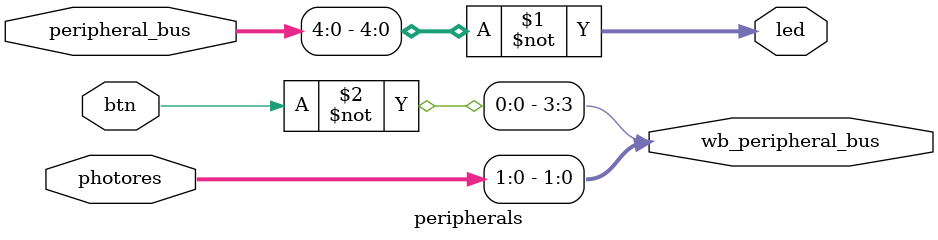
<source format=v>

module peripherals (
    input wire [31:0] peripheral_bus,
    input wire btn,
    input wire [1:0] photores,
    output wire [4:0] led,
    output wire [31:0] wb_peripheral_bus
  );
  assign led[4:0] = ~peripheral_bus[4:0];

  // assign wb_peripheral_bus = peripheral_bus;
  assign wb_peripheral_bus[3] = ~btn;
  assign wb_peripheral_bus[0] = photores[0];
  assign wb_peripheral_bus[1] = photores[1];

endmodule

</source>
